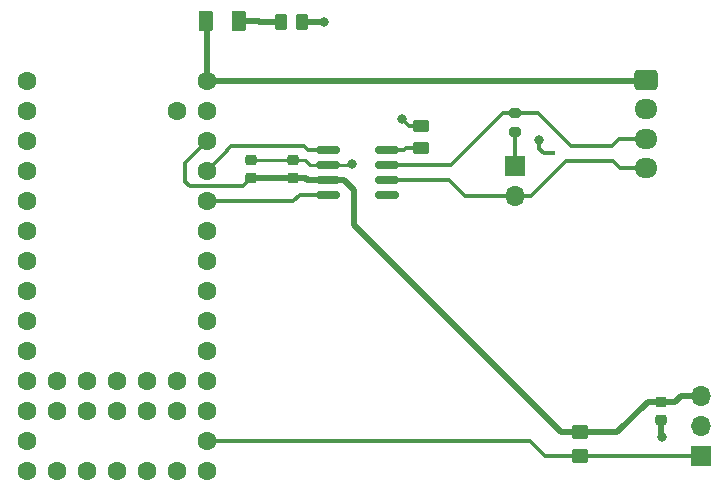
<source format=gbr>
G04 #@! TF.GenerationSoftware,KiCad,Pcbnew,7.0.8*
G04 #@! TF.CreationDate,2024-01-21T00:43:24-07:00*
G04 #@! TF.ProjectId,ONVEHICLE,4f4e5645-4849-4434-9c45-2e6b69636164,rev?*
G04 #@! TF.SameCoordinates,Original*
G04 #@! TF.FileFunction,Copper,L1,Top*
G04 #@! TF.FilePolarity,Positive*
%FSLAX46Y46*%
G04 Gerber Fmt 4.6, Leading zero omitted, Abs format (unit mm)*
G04 Created by KiCad (PCBNEW 7.0.8) date 2024-01-21 00:43:24*
%MOMM*%
%LPD*%
G01*
G04 APERTURE LIST*
G04 Aperture macros list*
%AMRoundRect*
0 Rectangle with rounded corners*
0 $1 Rounding radius*
0 $2 $3 $4 $5 $6 $7 $8 $9 X,Y pos of 4 corners*
0 Add a 4 corners polygon primitive as box body*
4,1,4,$2,$3,$4,$5,$6,$7,$8,$9,$2,$3,0*
0 Add four circle primitives for the rounded corners*
1,1,$1+$1,$2,$3*
1,1,$1+$1,$4,$5*
1,1,$1+$1,$6,$7*
1,1,$1+$1,$8,$9*
0 Add four rect primitives between the rounded corners*
20,1,$1+$1,$2,$3,$4,$5,0*
20,1,$1+$1,$4,$5,$6,$7,0*
20,1,$1+$1,$6,$7,$8,$9,0*
20,1,$1+$1,$8,$9,$2,$3,0*%
G04 Aperture macros list end*
G04 #@! TA.AperFunction,SMDPad,CuDef*
%ADD10RoundRect,0.225000X0.250000X-0.225000X0.250000X0.225000X-0.250000X0.225000X-0.250000X-0.225000X0*%
G04 #@! TD*
G04 #@! TA.AperFunction,SMDPad,CuDef*
%ADD11RoundRect,0.250000X0.450000X-0.350000X0.450000X0.350000X-0.450000X0.350000X-0.450000X-0.350000X0*%
G04 #@! TD*
G04 #@! TA.AperFunction,SMDPad,CuDef*
%ADD12RoundRect,0.250000X0.375000X0.625000X-0.375000X0.625000X-0.375000X-0.625000X0.375000X-0.625000X0*%
G04 #@! TD*
G04 #@! TA.AperFunction,SMDPad,CuDef*
%ADD13RoundRect,0.250000X0.262500X0.450000X-0.262500X0.450000X-0.262500X-0.450000X0.262500X-0.450000X0*%
G04 #@! TD*
G04 #@! TA.AperFunction,SMDPad,CuDef*
%ADD14R,0.700000X0.450000*%
G04 #@! TD*
G04 #@! TA.AperFunction,ComponentPad*
%ADD15R,1.700000X1.700000*%
G04 #@! TD*
G04 #@! TA.AperFunction,ComponentPad*
%ADD16O,1.700000X1.700000*%
G04 #@! TD*
G04 #@! TA.AperFunction,ComponentPad*
%ADD17RoundRect,0.250000X-0.725000X0.600000X-0.725000X-0.600000X0.725000X-0.600000X0.725000X0.600000X0*%
G04 #@! TD*
G04 #@! TA.AperFunction,ComponentPad*
%ADD18O,1.950000X1.700000*%
G04 #@! TD*
G04 #@! TA.AperFunction,SMDPad,CuDef*
%ADD19RoundRect,0.150000X-0.825000X-0.150000X0.825000X-0.150000X0.825000X0.150000X-0.825000X0.150000X0*%
G04 #@! TD*
G04 #@! TA.AperFunction,ComponentPad*
%ADD20C,1.600000*%
G04 #@! TD*
G04 #@! TA.AperFunction,SMDPad,CuDef*
%ADD21RoundRect,0.250000X0.450000X-0.262500X0.450000X0.262500X-0.450000X0.262500X-0.450000X-0.262500X0*%
G04 #@! TD*
G04 #@! TA.AperFunction,SMDPad,CuDef*
%ADD22RoundRect,0.200000X-0.275000X0.200000X-0.275000X-0.200000X0.275000X-0.200000X0.275000X0.200000X0*%
G04 #@! TD*
G04 #@! TA.AperFunction,ViaPad*
%ADD23C,0.800000*%
G04 #@! TD*
G04 #@! TA.AperFunction,Conductor*
%ADD24C,0.300000*%
G04 #@! TD*
G04 #@! TA.AperFunction,Conductor*
%ADD25C,0.500000*%
G04 #@! TD*
G04 #@! TA.AperFunction,Conductor*
%ADD26C,0.250000*%
G04 #@! TD*
G04 APERTURE END LIST*
D10*
X187700000Y-107475000D03*
X187700000Y-105925000D03*
D11*
X180800000Y-110500000D03*
X180800000Y-108500000D03*
D12*
X152000000Y-73730000D03*
X149200000Y-73730000D03*
D13*
X157312500Y-73800000D03*
X155487500Y-73800000D03*
D14*
X180400000Y-85550000D03*
X180400000Y-84250000D03*
X178400000Y-84900000D03*
D15*
X175300000Y-86000000D03*
D16*
X175300000Y-88540000D03*
D10*
X153000000Y-87000000D03*
X153000000Y-85450000D03*
D17*
X186425000Y-78650000D03*
D18*
X186425000Y-81150000D03*
X186425000Y-83650000D03*
X186425000Y-86150000D03*
D19*
X159525000Y-84595000D03*
X159525000Y-85865000D03*
X159525000Y-87135000D03*
X159525000Y-88405000D03*
X164475000Y-88405000D03*
X164475000Y-87135000D03*
X164475000Y-85865000D03*
X164475000Y-84595000D03*
D10*
X156500000Y-87000000D03*
X156500000Y-85450000D03*
D20*
X134000000Y-78760000D03*
X134000000Y-81300000D03*
X134000000Y-83840000D03*
X134000000Y-86380000D03*
X134000000Y-88920000D03*
X134000000Y-91460000D03*
X134000000Y-94000000D03*
X134000000Y-96540000D03*
X134000000Y-99080000D03*
X134000000Y-101620000D03*
X134000000Y-104160000D03*
X134000000Y-106700000D03*
X134000000Y-109240000D03*
X134000000Y-111780000D03*
X136540000Y-111780000D03*
X139080000Y-111780000D03*
X141620000Y-111780000D03*
X144160000Y-111780000D03*
X146700000Y-111780000D03*
X149240000Y-111780000D03*
X149240000Y-109240000D03*
X149240000Y-106700000D03*
X149240000Y-104160000D03*
X149240000Y-101620000D03*
X149240000Y-99080000D03*
X149240000Y-96540000D03*
X149240000Y-94000000D03*
X149240000Y-91460000D03*
X149240000Y-88920000D03*
X149240000Y-86380000D03*
X149240000Y-83840000D03*
X149240000Y-81300000D03*
X149240000Y-78760000D03*
X146700000Y-81300000D03*
X146700000Y-106700000D03*
X146700000Y-104160000D03*
X144160000Y-106700000D03*
X144160000Y-104160000D03*
X141620000Y-106700000D03*
X141620000Y-104160000D03*
X139080000Y-106700000D03*
X139080000Y-104160000D03*
X136540000Y-106700000D03*
X136540000Y-104160000D03*
D21*
X167400000Y-84412500D03*
X167400000Y-82587500D03*
D15*
X191075000Y-110525000D03*
D16*
X191075000Y-107985000D03*
X191075000Y-105445000D03*
D22*
X175300000Y-81450000D03*
X175300000Y-83100000D03*
D23*
X177400000Y-83800000D03*
X161500000Y-85800000D03*
X165800000Y-82000000D03*
X187800000Y-108900000D03*
X159200000Y-73800000D03*
D24*
X152300000Y-87700000D02*
X153000000Y-87000000D01*
D25*
X186575000Y-105925000D02*
X184000000Y-108500000D01*
X179200000Y-108500000D02*
X161700000Y-91000000D01*
X161700000Y-91000000D02*
X161700000Y-89600000D01*
D24*
X147400000Y-85680000D02*
X147400000Y-87300000D01*
D25*
X159525000Y-87135000D02*
X160835000Y-87135000D01*
X188875000Y-105925000D02*
X187700000Y-105925000D01*
X157600000Y-87000000D02*
X157735000Y-87135000D01*
D24*
X147800000Y-87700000D02*
X152300000Y-87700000D01*
D25*
X160835000Y-87135000D02*
X161700000Y-88000000D01*
X161700000Y-88000000D02*
X161700000Y-89600000D01*
X184000000Y-108500000D02*
X180800000Y-108500000D01*
X153000000Y-87000000D02*
X156500000Y-87000000D01*
X189355000Y-105445000D02*
X188875000Y-105925000D01*
X180800000Y-108500000D02*
X179200000Y-108500000D01*
D24*
X147400000Y-87300000D02*
X147800000Y-87700000D01*
D25*
X156500000Y-87000000D02*
X157600000Y-87000000D01*
X187700000Y-105925000D02*
X186575000Y-105925000D01*
X191075000Y-105445000D02*
X189355000Y-105445000D01*
D24*
X149240000Y-83840000D02*
X147400000Y-85680000D01*
D25*
X157735000Y-87135000D02*
X159525000Y-87135000D01*
D24*
X178400000Y-84900000D02*
X177800000Y-84900000D01*
X177800000Y-84900000D02*
X177400000Y-84500000D01*
D25*
X187700000Y-107475000D02*
X187700000Y-108800000D01*
D26*
X157550000Y-85450000D02*
X157965000Y-85865000D01*
D25*
X187700000Y-108800000D02*
X187800000Y-108900000D01*
D24*
X166387500Y-82587500D02*
X165800000Y-82000000D01*
X167400000Y-82587500D02*
X166387500Y-82587500D01*
D26*
X156500000Y-85450000D02*
X157550000Y-85450000D01*
X157965000Y-85865000D02*
X159525000Y-85865000D01*
D25*
X157312500Y-73800000D02*
X159200000Y-73800000D01*
D24*
X177400000Y-84500000D02*
X177400000Y-83800000D01*
D26*
X153000000Y-85450000D02*
X156500000Y-85450000D01*
X161435000Y-85865000D02*
X161500000Y-85800000D01*
X159525000Y-85865000D02*
X161435000Y-85865000D01*
D24*
X177250000Y-81450000D02*
X175300000Y-81450000D01*
X180400000Y-84250000D02*
X180050000Y-84250000D01*
X169935000Y-85865000D02*
X164475000Y-85865000D01*
X183550000Y-84250000D02*
X180400000Y-84250000D01*
X180050000Y-84250000D02*
X177250000Y-81450000D01*
X186425000Y-83650000D02*
X184150000Y-83650000D01*
X175300000Y-81450000D02*
X174350000Y-81450000D01*
X184150000Y-83650000D02*
X183550000Y-84250000D01*
X174350000Y-81450000D02*
X169935000Y-85865000D01*
D25*
X186315000Y-78760000D02*
X186425000Y-78650000D01*
X149240000Y-78760000D02*
X186315000Y-78760000D01*
X149240000Y-73770000D02*
X149200000Y-73730000D01*
X149240000Y-78760000D02*
X149240000Y-73770000D01*
D24*
X191050000Y-110500000D02*
X191075000Y-110525000D01*
X177900000Y-110500000D02*
X180800000Y-110500000D01*
X180800000Y-110500000D02*
X191050000Y-110500000D01*
X149240000Y-109240000D02*
X176640000Y-109240000D01*
X176640000Y-109240000D02*
X177900000Y-110500000D01*
X175300000Y-83100000D02*
X175300000Y-86000000D01*
X165905000Y-84595000D02*
X166087500Y-84412500D01*
X166087500Y-84412500D02*
X167400000Y-84412500D01*
X164475000Y-84595000D02*
X165905000Y-84595000D01*
D26*
X164500000Y-84690000D02*
X164690000Y-84500000D01*
D24*
X157095000Y-88405000D02*
X156580000Y-88920000D01*
X159525000Y-88405000D02*
X157095000Y-88405000D01*
X156580000Y-88920000D02*
X149240000Y-88920000D01*
D26*
X149240000Y-86380000D02*
X149240000Y-86492817D01*
D24*
X150945000Y-84655000D02*
X151300000Y-84300000D01*
D26*
X149240000Y-86876396D02*
X149240000Y-86380000D01*
X159535000Y-84675000D02*
X159550000Y-84690000D01*
D24*
X157795000Y-84595000D02*
X159525000Y-84595000D01*
X150945000Y-84675000D02*
X150945000Y-84655000D01*
X149240000Y-86380000D02*
X150945000Y-84675000D01*
X157500000Y-84300000D02*
X157795000Y-84595000D01*
X151300000Y-84300000D02*
X157500000Y-84300000D01*
X164475000Y-87135000D02*
X169735000Y-87135000D01*
X186425000Y-86150000D02*
X184250000Y-86150000D01*
X171140000Y-88540000D02*
X175300000Y-88540000D01*
X169735000Y-87135000D02*
X171140000Y-88540000D01*
X184250000Y-86150000D02*
X183650000Y-85550000D01*
X180400000Y-85550000D02*
X179650000Y-85550000D01*
X183650000Y-85550000D02*
X180400000Y-85550000D01*
X176660000Y-88540000D02*
X175300000Y-88540000D01*
X179650000Y-85550000D02*
X176660000Y-88540000D01*
D26*
X164500000Y-87230000D02*
X164123249Y-87230000D01*
D25*
X153630000Y-73730000D02*
X153700000Y-73800000D01*
X152000000Y-73730000D02*
X153630000Y-73730000D01*
X153700000Y-73800000D02*
X155487500Y-73800000D01*
M02*

</source>
